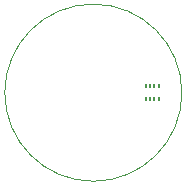
<source format=gbr>
%TF.GenerationSoftware,KiCad,Pcbnew,9.0.0*%
%TF.CreationDate,2025-03-13T16:48:12-04:00*%
%TF.ProjectId,IngestibleCapsule-Board_larger_vias,496e6765-7374-4696-926c-654361707375,rev?*%
%TF.SameCoordinates,Original*%
%TF.FileFunction,Paste,Bot*%
%TF.FilePolarity,Positive*%
%FSLAX46Y46*%
G04 Gerber Fmt 4.6, Leading zero omitted, Abs format (unit mm)*
G04 Created by KiCad (PCBNEW 9.0.0) date 2025-03-13 16:48:12*
%MOMM*%
%LPD*%
G01*
G04 APERTURE LIST*
%ADD10R,0.230000X0.350000*%
%TA.AperFunction,Profile*%
%ADD11C,0.050000*%
%TD*%
G04 APERTURE END LIST*
D10*
%TO.C,J3*%
X104475000Y-94425000D03*
X104475000Y-95575000D03*
X104824999Y-94425000D03*
X104824999Y-95575000D03*
X105175001Y-94425000D03*
X105175001Y-95575000D03*
X105525000Y-94425000D03*
X105525000Y-95575000D03*
%TD*%
D11*
X107500000Y-95000000D02*
G75*
G02*
X92500000Y-95000000I-7500000J0D01*
G01*
X92500000Y-95000000D02*
G75*
G02*
X107500000Y-95000000I7500000J0D01*
G01*
M02*

</source>
